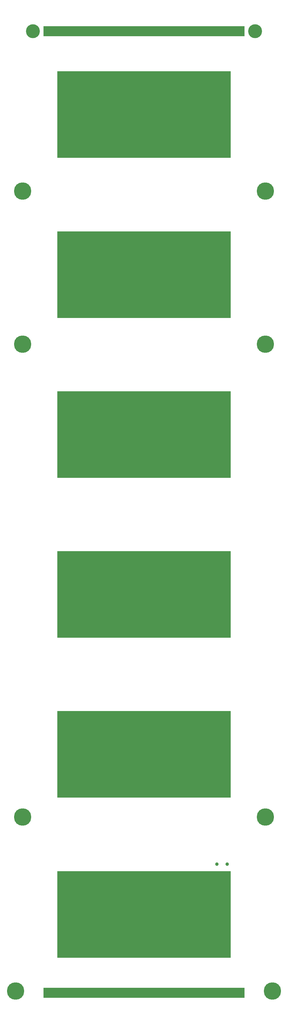
<source format=gbl>
G75*
G70*
%OFA0B0*%
%FSLAX24Y24*%
%IPPOS*%
%LPD*%
%AMOC8*
5,1,8,0,0,1.08239X$1,22.5*
%
%ADD10R,1.9685X0.9843*%
%ADD11R,2.2835X0.1181*%
%ADD12C,0.1969*%
%ADD13C,0.1575*%
%ADD14C,0.0396*%
%ADD15C,0.0500*%
D10*
X016479Y010141D03*
X016479Y028251D03*
X016479Y046361D03*
X016479Y064471D03*
X016479Y082582D03*
X016479Y100692D03*
D11*
X016479Y110141D03*
X016479Y001282D03*
D12*
X001912Y001479D03*
X002700Y021164D03*
X002700Y074708D03*
X002700Y092030D03*
X030259Y092030D03*
X030259Y074708D03*
X030259Y021164D03*
X031046Y001479D03*
D13*
X029078Y110141D03*
X003881Y110141D03*
D14*
X005456Y110141D03*
X008999Y104235D03*
X008999Y100692D03*
X008999Y097149D03*
X008999Y086125D03*
X008999Y082582D03*
X008999Y079038D03*
X008999Y068015D03*
X008999Y064471D03*
X008999Y060928D03*
X008999Y049904D03*
X008999Y046361D03*
X008999Y042818D03*
X008999Y031794D03*
X008999Y028251D03*
X007424Y023920D03*
X008999Y013684D03*
X008999Y010141D03*
X008999Y006597D03*
X012463Y001282D03*
X012936Y006597D03*
X012936Y010141D03*
X012936Y013684D03*
X012936Y024708D03*
X012936Y028251D03*
X012936Y031794D03*
X012936Y042818D03*
X012936Y046361D03*
X012936Y049904D03*
X012936Y060928D03*
X012936Y064471D03*
X012936Y068015D03*
X012936Y079038D03*
X012936Y082582D03*
X012936Y086125D03*
X012936Y097149D03*
X012936Y100692D03*
X012936Y104235D03*
X012463Y110141D03*
X015849Y101440D03*
X015849Y100259D03*
X017030Y100259D03*
X017030Y101440D03*
X020023Y100692D03*
X020023Y097149D03*
X020023Y104235D03*
X023960Y104235D03*
X023960Y100692D03*
X023960Y097149D03*
X023960Y086125D03*
X023960Y082582D03*
X023960Y079038D03*
X023960Y068015D03*
X023960Y064471D03*
X023960Y060928D03*
X023960Y049904D03*
X023960Y046361D03*
X023960Y042818D03*
X023960Y031794D03*
X023960Y028251D03*
X023960Y024708D03*
X024747Y015849D03*
X024747Y014668D03*
X025928Y014668D03*
X025928Y015849D03*
X023960Y013684D03*
X023960Y010141D03*
X023960Y006597D03*
X027503Y001282D03*
X020023Y006597D03*
X020023Y010141D03*
X020023Y013684D03*
X020023Y024708D03*
X020023Y028251D03*
X020023Y031794D03*
X020023Y042818D03*
X020023Y046361D03*
X020023Y049904D03*
X020023Y060928D03*
X020023Y064471D03*
X020023Y068015D03*
X020023Y079038D03*
X020023Y082582D03*
X020023Y086125D03*
X027503Y110141D03*
X005456Y001282D03*
D15*
X012463Y001282D01*
X016479Y001282D01*
X027503Y001282D01*
X027503Y110141D02*
X016479Y110141D01*
X012463Y110141D01*
X005456Y110141D01*
M02*

</source>
